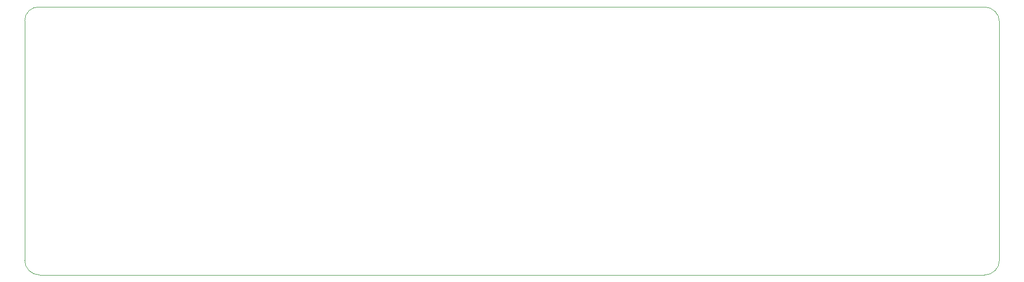
<source format=gbr>
%TF.GenerationSoftware,KiCad,Pcbnew,7.0.1-0*%
%TF.CreationDate,2023-07-27T20:08:03-04:00*%
%TF.ProjectId,Segway V3,53656777-6179-4205-9633-2e6b69636164,V1*%
%TF.SameCoordinates,Original*%
%TF.FileFunction,Profile,NP*%
%FSLAX46Y46*%
G04 Gerber Fmt 4.6, Leading zero omitted, Abs format (unit mm)*
G04 Created by KiCad (PCBNEW 7.0.1-0) date 2023-07-27 20:08:03*
%MOMM*%
%LPD*%
G01*
G04 APERTURE LIST*
%TA.AperFunction,Profile*%
%ADD10C,0.100000*%
%TD*%
G04 APERTURE END LIST*
D10*
X73660000Y-144780000D02*
X73652769Y-103796051D01*
X240000000Y-104000000D02*
G75*
G03*
X237460000Y-101460000I-2540000J0D01*
G01*
X76180000Y-101460000D02*
X237460000Y-101460000D01*
X237460000Y-147320000D02*
G75*
G03*
X240000000Y-144780000I0J2540000D01*
G01*
X76180000Y-101460000D02*
G75*
G03*
X73652769Y-103796051I-183950J-2336050D01*
G01*
X240000000Y-104000000D02*
X240000000Y-144780000D01*
X73660000Y-144780000D02*
G75*
G03*
X76200000Y-147320000I2540000J0D01*
G01*
X237460000Y-147320000D02*
X76200000Y-147320000D01*
M02*

</source>
